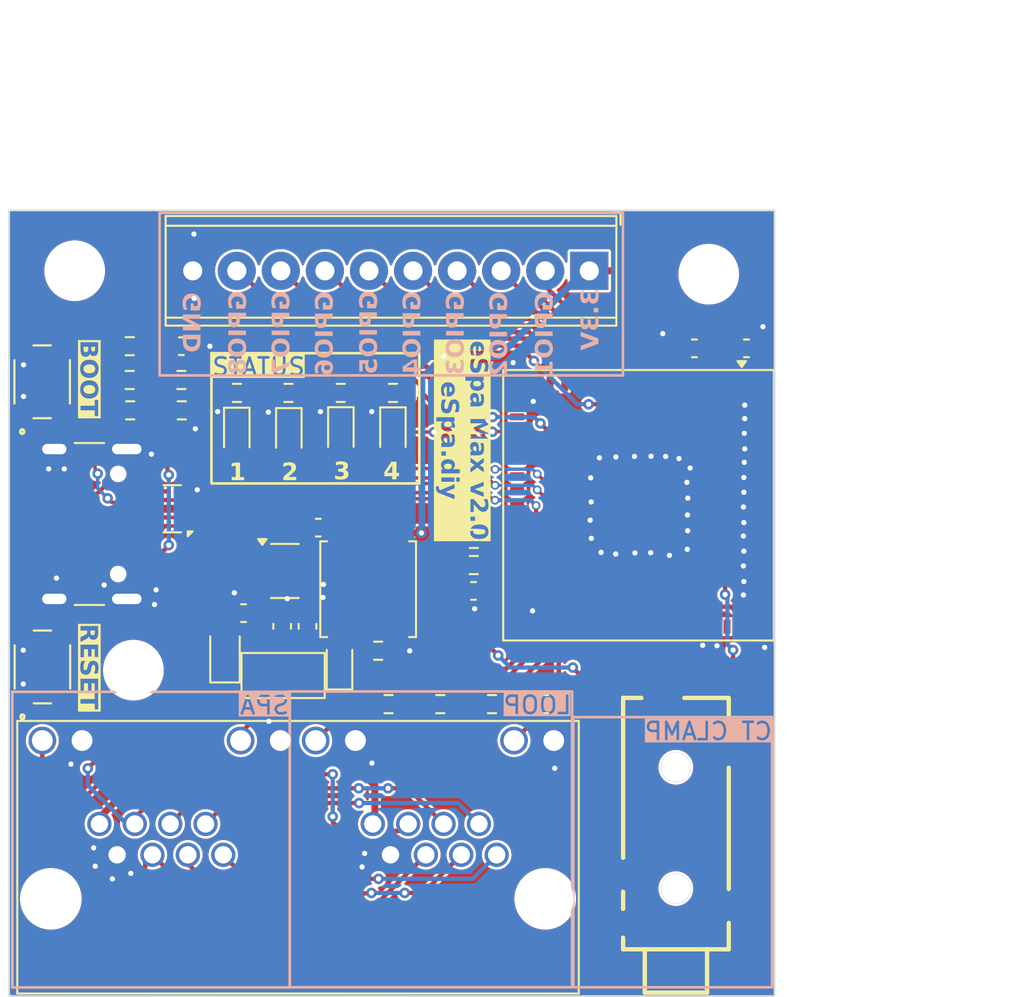
<source format=kicad_pcb>
(kicad_pcb (version 20240108) (generator "pcbnew") (generator_version "8.0")
  (layers (0 "F.Cu" signal "L1 (signal + GND Fill)") (31 "B.Cu" power "L2 (GND Fill)") (34 "B.Paste" user) (35 "F.Paste" user) (36 "B.SilkS" user "B.Silkscreen") (37 "F.SilkS" user "F.Silkscreen") (38 "B.Mask" user) (39 "F.Mask" user) (44 "Edge.Cuts" user))
  (net 0 "")
  (net 1 "/ESP32_EN")
  (net 2 "/GPIO0")
  (net 3 "/GPIO48")
  (net 4 "/GPIO1")
  (net 5 "/GPIO2")
  (net 6 "/GPIO3")
  (net 7 "/GPIO4")
  (net 8 "/GPIO5")
  (net 9 "/GPIO6")
  (net 10 "/GPIO7")
  (net 11 "/GPIO8")
  (net 12 "/GPIO9")
  (net 13 "/GPIO11")
  (net 14 "/GPIO12")
  (net 15 "/GPIO13")
  (net 16 "/GPIO14")
  (net 17 "/GPIO15")
  (net 18 "/GPIO16")
  (net 19 "/I2C_SCL")
  (net 20 "/I2C_SDA")
  (net 21 "/GPIO46")
  (net 22 "/GPIO45")
  (net 23 "/GPIO42")
  (net 24 "/GPIO41")
  (net 25 "/GPIO39")
  (net 26 "/GPIO34")
  (net 27 "/GPIO33")
  (net 28 "/GPIO26")
  (net 29 "/GPIO21")
  (net 30 "/USB_N")
  (net 31 "/USB_P")
  (net 32 "/GPIO47")
  (net 33 "Net-(JUSB1-CC1)")
  (net 35 "Net-(JUSB1-CC2)")
  (net 39 "+3.3V")
  (net 40 "Net-(D1-K)")
  (net 41 "Net-(D2-K)")
  (net 42 "/+5V")
  (net 43 "/+12V_fused")
  (net 44 "Net-(U3-SW)")
  (net 45 "Net-(U3-BST)")
  (net 46 "Net-(D4-K)")
  (net 47 "Net-(D5-K)")
  (net 48 "Net-(D6-K)")
  (net 49 "/GPIO43")
  (net 50 "/GPIO44")
  (net 51 "RJ45-1")
  (net 52 "RJ45-5")
  (net 53 "RJ45-3")
  (net 54 "/+12V")
  (net 55 "RJ45-4")
  (net 56 "RJ45-2")
  (net 57 "RJ45-6")
  (net 58 "GND")
  (net 59 "GPIO10")
  (net 60 "GPIO40")
  (net 61 "Net-(C4-Pad1)")
  (net 62 "Net-(J3-Pad22)")
  (net 63 "Net-(J3-Pad10)")
  (net 64 "Net-(J3-Pad12)")
  (net 65 "Net-(J3-Pad24)")
  (net 66 "GPIO35")
  (net 67 "GPIO36")
  (net 68 "GPIO37")
  (net 69 "GPIO38")
  (footprint "LED_SMD:LED_0603_1608Metric" (layer "F.Cu") (at 126.52 88.16 -90)
    (property "Reference" "D2" (hide yes))
    (property "Value" "LED" (hide yes))
  )
  (footprint "ALPS SKRPACE010:SW_SKRPACE010" (layer "F.Cu") (at 115.315 101.625 90)
    (property "Reference" "S2" (hide yes))
    (property "Value" "RESET" (hide yes))
  )
  (footprint "Capacitor_SMD:C_0603_1608Metric" (layer "F.Cu") (at 140.165 97.24 180)
    (property "Reference" "C4" (hide yes))
    (property "Value" "10μF" (hide yes))
  )
  (footprint "TerminalBlock_Phoenix:TerminalBlock_Phoenix_MPT-0,5-10-2.54_1x10_P2.54mm_Horizontal" (layer "F.Cu") (at 146.84 78.78 180)
    (property "Reference" "J1" (hide yes))
    (property "Value" "Screw_Terminal_01x10" (hide yes))
  )
  (footprint "Capacitor_SMD:C_0603_1608Metric" (layer "F.Cu") (at 130.596613 99.28 90)
    (property "Reference" "C7" (hide yes))
    (property "Value" "22μF" (hide yes))
  )
  (footprint "Resistor_SMD:R_0603_1608Metric" (layer "F.Cu") (at 120.35 85.075)
    (property "Reference" "R10" (hide yes))
    (property "Value" "330Ω" (hide yes))
  )
  (footprint "Resistor_SMD:R_0603_1608Metric" (layer "F.Cu") (at 138.255 103.77 180)
    (property "Reference" "R16" (hide yes))
    (property "Value" "330Ω" (hide yes))
  )
  (footprint "LED_SMD:LED_0603_1608Metric" (layer "F.Cu") (at 129.52 88.18 -90)
    (property "Reference" "D5" (hide yes))
    (property "Value" "LED" (hide yes))
  )
  (footprint "Resistor_SMD:R_0603_1608Metric" (layer "F.Cu") (at 123.325 85.075)
    (property "Reference" "R9" (hide yes))
    (property "Value" "330Ω" (hide yes))
  )
  (footprint "Inductor_SMD:L_Changjiang_FNR5012S" (layer "F.Cu") (at 134.091613 97.14 -90)
    (property "Reference" "L1" (hide yes))
    (property "Value" "4.7uH" (hide yes))
  )
  (footprint "Capacitor_SMD:C_0603_1608Metric" (layer "F.Cu") (at 155.9 83.25)
    (property "Reference" "C1" (hide yes))
    (property "Value" "0.1μF" (hide yes))
  )
  (footprint "Resistor_SMD:R_0603_1608Metric" (layer "F.Cu") (at 135.27 103.77 180)
    (property "Reference" "R13" (hide yes))
    (property "Value" "330Ω" (hide yes))
  )
  (footprint "Capacitor_SMD:C_0603_1608Metric" (layer "F.Cu") (at 131.216613 93.59 180)
    (property "Reference" "C6" (hide yes))
    (property "Value" "100nF" (hide yes))
  )
  (footprint "Resistor_SMD:R_0603_1608Metric" (layer "F.Cu") (at 120.375 86.825)
    (property "Reference" "R2" (hide yes))
    (property "Value" "5.1kΩ" (hide yes))
  )
  (footprint "Resistor_SMD:R_0603_1608Metric" (layer "F.Cu") (at 126.53 85.82 180)
    (property "Reference" "R5" (hide yes))
    (property "Value" "220Ω" (hide yes))
  )
  (footprint "LED_SMD:LED_0603_1608Metric" (layer "F.Cu") (at 132.441613 101.44 90)
    (property "Reference" "D1" (hide yes))
    (property "Value" "LED" (hide yes))
  )
  (footprint "Capacitor_SMD:C_0603_1608Metric" (layer "F.Cu") (at 123.325 83.125 180)
    (property "Reference" "C3" (hide yes))
    (property "Value" "1μF" (hide yes))
  )
  (footprint "LED_SMD:LED_0603_1608Metric" (layer "F.Cu") (at 132.52 88.13 -90)
    (property "Reference" "D4" (hide yes))
    (property "Value" "LED" (hide yes))
  )
  (footprint "3.5mm-connector:AUDIO-SMD_KH-PJ-328-SMT" (layer "F.Cu") (at 151.83 109.29 90)
    (property "Reference" "U1" (hide yes))
    (property "Value" "KH-PJ-328-SMT" (hide yes))
  )
  (footprint "Resistor_SMD:R_0603_1608Metric" (layer "F.Cu") (at 141.23 103.77 180)
    (property "Reference" "R14" (hide yes))
    (property "Value" "330Ω" (hide yes))
  )
  (footprint "ALPS SKRPACE010:SW_SKRPACE010" (layer "F.Cu") (at 115.3 85.18 90)
    (property "Reference" "S1" (hide yes))
    (property "Value" "BOOT" (hide yes))
  )
  (footprint "MountingHole:MountingHole_3.2mm_M3" (layer "F.Cu") (at 117.175 78.775)
    (property "Reference" "H3" (hide yes))
    (property "Value" "MountingHole" (hide yes))
  )
  (footprint "Resistor_SMD:R_0603_1608Metric" (layer "F.Cu") (at 129.5 85.82 180)
    (property "Reference" "R6" (hide yes))
    (property "Value" "220Ω" (hide yes))
  )
  (footprint "Resistor_SMD:R_0603_1608Metric" (layer "F.Cu") (at 134.666613 100.69)
    (property "Reference" "R4" (hide yes))
    (property "Value" "5.1kΩ" (hide yes))
  )
  (footprint "Capacitor_SMD:C_0603_1608Metric" (layer "F.Cu") (at 129.136613 99.28 90)
    (property "Reference" "C9" (hide yes))
    (property "Value" "22μF" (hide yes))
  )
  (footprint "Connector_USB:USB_C_Receptacle_GCT_USB4105-xx-A_16P_TopMnt_Horizontal" (layer "F.Cu") (at 117.075 93.38 -90)
    (property "Reference" "JUSB1" (hide yes))
    (property "Value" "USB_C_Receptacle_USB2.0" (hide yes))
  )
  (footprint "HCTL HC-RJ45-5JA-2-5:undefined_HC-RJ45-5JA-2-5" (layer "F.Cu") (at 130.05 112.6)
    (property "Reference" "J3" (hide yes))
    (property "Value" "RJ45_LED_Shielded_x2" (hide yes))
  )
  (footprint "Diode_SMD:D_SOD-323" (layer "F.Cu") (at 125.84 100.91 90)
    (property "Reference" "D3" (hide yes))
    (property "Value" "40V 600mV@1A" (hide yes))
  )
  (footprint "Package_TO_SOT_SMD:TSOT-23-6" (layer "F.Cu") (at 129.291613 96.09)
    (property "Reference" "U3" (hide yes))
    (property "Value" "AP63203WU" (hide yes))
  )
  (footprint "PCM_Fuse_AKL:Fuse_1206_3216Metric" (layer "F.Cu") (at 129.19 102.12 180)
    (property "Reference" "F2" (hide yes))
    (property "Value" "33V 500mA" (hide yes))
  )
  (footprint "Resistor_SMD:R_0603_1608Metric" (layer "F.Cu") (at 132.51 85.82 180)
    (property "Reference" "R7" (hide yes))
    (property "Value" "220Ω" (hide yes))
  )
  (footprint "MountingHole:MountingHole_3.2mm_M3" (layer "F.Cu") (at 153.725 78.975)
    (property "Reference" "H1" (hide yes))
    (property "Value" "MountingHole" (hide yes))
  )
  (footprint "RF_Module:ESP32-S2-MINI-1U" (layer "F.Cu") (at 149.68 92.3 -90)
    (property "Reference" "U5" (hide yes))
    (property "Value" "ESP32-S3-MINI-1U" (hide yes))
  )
  (footprint "Resistor_SMD:R_0603_1608Metric" (layer "F.Cu") (at 135.52 85.82 180)
    (property "Reference" "R8" (hide yes))
    (property "Value" "220Ω" (hide yes))
  )
  (footprint "Resistor_SMD:R_0603_1608Metric" (layer "F.Cu") (at 123.35 86.825)
    (property "Reference" "R1" (hide yes))
    (property "Value" "5.1kΩ" (hide yes))
  )
  (footprint "Resistor_SMD:R_0603_1608Metric" (layer "F.Cu") (at 140.18 95.75)
    (property "Reference" "R12" (hide yes))
    (property "Value" "10kΩ" (hide yes))
  )
  (footprint "Package_DFN_QFN:Diodes_UDFN-10_1.0x2.5mm_P0.5mm" (layer "F.Cu") (at 122.8 92.5 180)
    (property "Reference" "U2" (hide yes))
    (property "Value" "ESD7104MUTAG" (hide yes))
  )
  (footprint "Capacitor_SMD:C_0603_1608Metric" (layer "F.Cu") (at 126.91 98.52 180)
    (property "Reference" "C5" (hide yes))
    (property "Value" "10μF" (hide yes))
  )
  (footprint "Resistor_SMD:R_0603_1608Metric" (layer "F.Cu") (at 140.19 94.24 180)
    (property "Reference" "R11" (hide yes))
    (property "Value" "10kΩ" (hide yes))
  )
  (footprint "Capacitor_SMD:C_0603_1608Metric" (layer "F.Cu") (at 152.9 83.25 180)
    (property "Reference" "C2" (hide yes))
    (property "Value" "10μF" (hide yes))
  )
  (footprint "LED_SMD:LED_0603_1608Metric" (layer "F.Cu") (at 135.52 88.14 -90)
    (property "Reference" "D6" (hide yes))
    (property "Value" "LED" (hide yes))
  )
  (footprint "Resistor_SMD:R_0603_1608Metric" (layer "F.Cu") (at 144.235 103.77 180)
    (property "Reference" "R15" (hide yes))
    (property "Value" "330Ω" (hide yes))
  )
  (footprint "Resistor_SMD:R_0603_1608Metric" (layer "F.Cu") (at 120.35 83.125)
    (property "Reference" "R3" (hide yes))
    (property "Value" "10kΩ" (hide yes))
  )
  (footprint "MountingHole:MountingHole_3.2mm_M3" (layer "F.Cu") (at 120.56 101.81)
    (property "Reference" "H4" (hide yes))
    (property "Value" "MountingHole" (hide yes))
  )
  (gr_rect (start 122.07 75.44) (end 148.78 84.81) (stroke (width 0.15)) (fill none) (layer "B.SilkS"))
  (gr_rect (start 145.92 104.52) (end 157.38 120.1) (stroke (width 0.15)) (fill none) (layer "B.SilkS"))
  (gr_rect (start 113.58 103.06) (end 129.58 120.11) (stroke (width 0.15)) (fill none) (layer "B.SilkS"))
  (gr_rect (start 129.57 103.04) (end 145.85 120.1) (stroke (width 0.15)) (fill none) (layer "B.SilkS"))
  (gr_rect (start 125.06 83.53) (end 137.04 91.04) (stroke (width 0.15)) (fill none) (layer "F.SilkS"))
  (gr_rect (start 113.4 75.3) (end 157.515 120.6) (stroke (width 0.1)) (fill none) (layer "Edge.Cuts"))
  (gr_text "LOOP" (at 145.9 104.41 0) (layer "B.SilkS" knockout) (effects (font (size 1 1)) (justify left bottom mirror)))
  (gr_text "GPIO4" (at 137.27 79.945 90) (layer "B.SilkS") (effects (font (size 1 1) (thickness 0.25) (bold yes)) (justify left bottom mirror)))
  (gr_text "SPA" (at 129.63 104.43 0) (layer "B.SilkS" knockout) (effects (font (size 1 1)) (justify left bottom mirror)))
  (gr_text "GND" (at 124.6 80.02 90) (layer "B.SilkS") (effects (font (size 1 1) (thickness 0.25) (bold yes)) (justify left bottom mirror)))
  (gr_text "GPIO3" (at 139.77 79.945 90) (layer "B.SilkS") (effects (font (size 1 1) (thickness 0.25) (bold yes)) (justify left bottom mirror)))
  (gr_text "GPIO5" (at 134.77 79.895 90) (layer "B.SilkS") (effects (font (size 1 1) (thickness 0.25) (bold yes)) (justify left bottom mirror)))
  (gr_text "GPIO1" (at 144.895 79.97 90) (layer "B.SilkS") (effects (font (size 1 1) (thickness 0.25) (bold yes)) (justify left bottom mirror)))
  (gr_text "GPIO8" (at 127.22 79.92 90) (layer "B.SilkS") (effects (font (size 1 1) (thickness 0.25) (bold yes)) (justify left bottom mirror)))
  (gr_text "CT CLAMP" (at 157.47 105.92 0) (layer "B.SilkS" knockout) (effects (font (size 1 1)) (justify left bottom mirror)))
  (gr_text "GPIO2" (at 142.27 79.995 90) (layer "B.SilkS") (effects (font (size 1 1) (thickness 0.25) (bold yes)) (justify left bottom mirror)))
  (gr_text "GPIO7" (at 129.72 79.92 90) (layer "B.SilkS") (effects (font (size 1 1) (thickness 0.25) (bold yes)) (justify left bottom mirror)))
  (gr_text "3.3V" (at 147.53 79.81 -270) (layer "B.SilkS") (effects (font (size 1 1) (thickness 0.25) (bold yes)) (justify left bottom mirror)))
  (gr_text "GPIO6" (at 132.22 79.97 90) (layer "B.SilkS") (effects (font (size 1 1) (thickness 0.25) (bold yes)) (justify left bottom mirror)))
  (gr_text "2" (at 129.58 90.44 0) (layer "F.SilkS") (effects (font (size 1 1) (thickness 0.25) (bold yes))))
  (gr_text "3" (at 132.58 90.39 0) (layer "F.SilkS") (effects (font (size 1 1) (thickness 0.25) (bold yes))))
  (gr_text "4" (at 135.45 90.39 0) (layer "F.SilkS") (effects (font (size 1 1) (thickness 0.25) (bold yes))))
  (gr_text "STATUS" (at 125.01 84.9 0) (layer "F.SilkS" knockout) (effects (font (size 1 1)) (justify left bottom)))
  (gr_text "RESET" (at 117.34 101.61 -90) (layer "F.SilkS" knockout) (effects (font (size 1 1) (thickness 0.25) (bold yes)) (justify bottom)))
  (gr_text "BOOT" (at 117.34 84.97 270) (layer "F.SilkS" knockout) (effects (font (size 1 1) (thickness 0.25) (bold yes)) (justify bottom)))
  (gr_text "eSpa Max v2.0\neSpa.diy" (at 138.14 88.56 -90) (layer "F.SilkS" knockout) (effects (font (size 1 1) (thickness 0.25) (bold yes)) (justify bottom)))
  (gr_text "1" (at 126.55 90.44 0) (layer "F.SilkS") (effects (font (size 1 1) (thickness 0.25) (bold yes))))
  (segment (start 147.17 96.6) (end 148.91 96.6) (width 0.25) (layer "F.Cu") (net 1))
  (segment (start 141.27 87.21) (end 139.654402 87.21) (width 0.25) (layer "F.Cu") (net 1))
  (segment (start 150.46 98.15) (end 154.99972 98.15) (width 0.25) (layer "F.Cu") (net 1))
  (segment (start 114.44 88.76) (end 114.96 88.24) (width 0.25) (layer "F.Cu") (net 1))
  (segment (start 155.63 98.78028) (end 155.63 99.3) (width 0.25) (layer "F.Cu") (net 1))
  (segment (start 119.525 83.125) (end 120.27486 83.87486) (width 0.25) (layer "F.Cu") (net 1))
  (segment (start 138.084 85.639598) (end 138.084 84.907682) (width 0.25) (layer "F.Cu") (net 1))
  (segment (start 114.96 88.24) (end 116.75 88.24) (width 0.25) (layer "F.Cu") (net 1))
  (segment (start 116.39 99.55) (end 115.815 99.55) (width 0.25) (layer "F.Cu") (net 1))
  (segment (start 139.654402 87.21) (end 138.084 85.639598) (width 0.25) (layer "F.Cu") (net 1))
  (segment (start 117.123 87.867) (end 117.123 85.007) (width 0.25) (layer "F.Cu") (net 1))
  (segment (start 114.44 98.175) (end 114.44 88.76) (width 0.25) (layer "F.Cu") (net 1))
  (segment (start 119.005 83.125) (end 119.525 83.125) (width 0.25) (layer "F.Cu") (net 1))
  (segment (start 116.39 103.7) (end 116.39 99.55) (width 0.25) (layer "F.Cu") (net 1))
  (segment (start 116.75 88.24) (end 117.123 87.867) (width 0.25) (layer "F.Cu") (net 1))
  (segment (start 121.80014 83.87486) (end 122.55 83.125) (width 0.25) (layer "F.Cu") (net 1))
  (segment (start 115.815 99.55) (end 114.44 98.175) (width 0.25) (layer "F.Cu") (net 1))
  (segment (start 148.91 96.6) (end 150.46 98.15) (width 0.25) (layer "F.Cu") (net 1))
  (segment (start 145.36 94.79) (end 147.17 96.6) (width 0.25) (layer "F.Cu") (net 1))
  (segment (start 145.36 88.91) (end 145.36 94.79) (width 0.25) (layer "F.Cu") (net 1))
  (segment (start 154.99972 98.15) (end 155.63 98.78028) (width 0.25) (layer "F.Cu") (net 1))
  (segment (start 144.025 87.575) (end 145.36 88.91) (width 0.25) (layer "F.Cu") (net 1))
  (segment (start 137.482318 84.306) (end 123.756 84.306) (width 0.25) (layer "F.Cu") (net 1))
  (segment (start 123.756 84.306) (end 122.575 83.125) (width 0.25) (layer "F.Cu") (net 1))
  (segment (start 138.084 84.907682) (end 137.482318 84.306) (width 0.25) (layer "F.Cu") (net 1))
  (segment (start 117.123 85.007) (end 119.005 83.125) (width 0.25) (layer "F.Cu") (net 1))
  (segment (start 120.27486 83.87486) (end 121.80014 83.87486) (width 0.25) (layer "F.Cu") (net 1))
  (via (at 144.025 87.575) (size 0.604799) (drill 0.299999) (layers "F.Cu" "B.Cu") (net 1))
  (via (at 141.27 87.21) (size 0.604799) (drill 0.299999) (layers "F.Cu" "B.Cu") (net 1))
  (segment (start 143.66 87.21) (end 144.025 87.575) (width 0.25) (layer "B.Cu") (net 1))
  (segment (start 141.27 87.21) (end 143.66 87.21) (width 0.25) (layer "B.Cu") (net 1))
  (segment (start 117.475 83.075) (end 118.70186 81.84814) (width 0.25) (layer "F.Cu") (net 2))
  (segment (start 116.375 87.225) (end 116.375 83.075) (width 0.25) (layer "F.Cu") (net 2))
  (segment (start 125.289029 81.84814) (end 126.536749 83.09586) (width 0.25) (layer "F.Cu") (net 2))
  (segment (start 146.8 86.475) (end 152.475 86.475) (width 0.25) (layer "F.Cu") (net 2))
  (segment (start 152.475 86.475) (end 153.08 85.87) (width 0.25) (layer "F.Cu") (net 2))
  (segment (start 118.70186 81.84814) (end 125.289029 81.84814) (width 0.25) (layer "F.Cu") (net 2))
  (segment (start 142.77086 83.09586) (end 143.65 83.975) (width 0.25) (layer "F.Cu") (net 2))
  (segment (start 126.536749 83.09586) (end 142.77086 83.09586) (width 0.25) (layer "F.Cu") (net 2))
  (segment (start 153.08 85.87) (end 153.08 85.3) (width 0.25) (layer "F.Cu") (net 2))
  (segment (start 116.375 83.075) (end 117.475 83.075) (width 0.25) (layer "F.Cu") (net 2))
  (via (at 146.8 86.475) (size 0.604799) (drill 0.299999) (layers "F.Cu" "B.Cu") (net 2))
  (via (at 143.65 83.975) (size 0.604799) (drill 0.299999) (layers "F.Cu" "B.Cu") (net 2))
  (segment (start 146.15 86.475) (end 143.65 83.975) (width 0.25) (layer "B.Cu") (net 2))
  (segment (start 146.8 86.475) (end 146.15 86.475) (width 0.25) (layer "B.Cu") (net 2))
  (segment (start 146.441 81.801) (end 144.3 79.66) (width 0.25) (layer "F.Cu") (net 4))
  (segment (start 149.03072 81.801) (end 146.441 81.801) (width 0.25) (layer "F.Cu") (net 4))
  (segment (start 152.23 85.00028) (end 149.03072 81.801) (width 0.25) (layer "F.Cu") (net 4))
  (segment (start 152.23 85.3) (end 152.23 85.00028) (width 0.25) (layer "F.Cu") (net 4))
  (segment (start 144.3 79.66) (end 144.3 78.78) (width 0.25) (layer "F.Cu") (net 4))
  (segment (start 151.38 85.3) (end 151.38 85.00028) (width 0.25) (layer "F.Cu") (net 5))
  (segment (start 144.156552 80.427) (end 143.407 80.427) (width 0.25) (layer "F.Cu") (net 5))
  (segment (start 145.907552 82.178) (end 144.156552 80.427) (width 0.25) (layer "F.Cu") (net 5))
  (segment (start 143.407 80.427) (end 141.76 78.78) (width 0.25) (layer "F.Cu") (net 5))
  (segment (start 148.55772 82.178) (end 145.907552 82.178) (width 0.25) (layer "F.Cu") (net 5))
  (segment (start 151.38 85.00028) (end 148.55772 82.178) (width 0.25) (layer "F.Cu") (net 5))
  (segment (start 144.000393 80.804) (end 141.364 80.804) (width 0.25) (layer "F.Cu") (net 6))
  (segment (start 150.53 85.3) (end 150.53 85.00028) (width 0.25) (layer "F.Cu") (net 6))
  (segment (start 139.34 78.78) (end 139.22 78.78) (width 0.25) (layer "F.Cu") (net 6))
  (segment (start 148.08472 82.555) (end 145.751393 82.555) (width 0.25) (layer "F.Cu") (net 6))
  (segment (start 145.751393 82.555) (end 144.000393 80.804) (width 0.25) (layer "F.Cu") (net 6))
  (segment (start 150.53 85.00028) (end 148.08472 82.555) (width 0.25) (layer "F.Cu") (net 6))
  (segment (start 141.364 80.804) (end 139.34 78.78) (width 0.25) (layer "F.Cu") (net 6))
  (segment (start 139.201 81.181) (end 136.8 78.78) (width 0.25) (layer "F.Cu") (net 7))
  (segment (start 136.8 78.78) (end 136.68 78.78) (width 0.25) (layer "F.Cu") (net 7))
  (segment (start 149.68 85.00028) (end 147.61172 82.932) (width 0.25) (layer "F.Cu") (net 7))
  (segment (start 149.68 85.3) (end 149.68 85.00028) (width 0.25) (layer "F.Cu") (net 7))
  (segment (start 143.844234 81.181) (end 139.201 81.181) (width 0.25) (layer "F.Cu") (net 7))
  (segment (start 145.595234 82.932) (end 143.844234 81.181) (width 0.25) (layer "F.Cu") (net 7))
  (segment (start 147.61172 82.932) (end 145.595234 82.932) (width 0.25) (layer "F.Cu") (net 7))
  (segment (start 137.038 81.558) (end 134.26 78.78) (width 0.25) (layer "F.Cu") (net 8))
  (segment (start 134.26 78.78) (end 134.14 78.78) (width 0.25) (layer "F.Cu") (net 8))
  (segment (start 148.87972 85.05) (end 147.13872 83.309) (width 0.25) (layer "F.Cu") (net 8))
  (segment (start 145.439075 83.309) (end 143.688075 81.558) (width 0.25) (layer "F.Cu") (net 8))
  (segment (start 148.87972 85.25028) (end 148.87972 85.05) (width 0.25) (layer "F.Cu") (net 8))
  (segment (start 143.688075 81.558) (end 137.038 81.558) (width 0.25) (layer "F.Cu") (net 8))
  (segment (start 147.13872 83.309) (end 145.439075 83.309) (width 0.25) (layer "F.Cu") (net 8))
  (segment (start 143.531916 81.935) (end 134.875 81.935) (width 0.25) (layer "F.Cu") (net 9))
  (segment (start 147.98 85.00028) (end 146.66572 83.686) (width 0.25) (layer "F.Cu") (net 9))
  (segment (start 134.875 81.935) (end 131.72 78.78) (width 0.25) (layer "F.Cu") (net 9))
  (segment (start 146.66572 83.686) (end 145.282916 83.686) (width 0.25) (layer "F.Cu") (net 9))
  (segment (start 131.72 78.78) (end 131.6 78.78) (width 0.25) (layer "F.Cu") (net 9))
  (segment (start 147.98 85.3) (end 147.98 85.00028) (width 0.25) (layer "F.Cu") (net 9))
  (segment (start 145.282916 83.686) (end 143.531916 81.935) (width 0.25) (layer "F.Cu") (net 9))
  (segment (start 147.13 85.00028) (end 146.19272 84.063) (width 0.25) (layer "F.Cu") (net 10))
  (segment (start 129.18 78.78) (end 129.06 78.78) (width 0.25) (layer "F.Cu") (net 10))
  (segment (start 145.126757 84.063) (end 143.375757 82.312) (width 0.25) (layer "F.Cu") (net 10))
  (segment (start 147.13 85.3) (end 147.13 85.00028) (width 0.25) (layer "F.Cu") (net 10))
  (segment (start 146.19272 84.063) (end 145.126757 84.063) (width 0.25) (layer "F.Cu") (net 10))
  (segment (start 132.712 82.312) (end 129.18 78.78) (width 0.25) (layer "F.Cu") (net 10))
  (segment (start 143.375757 82.312) (end 132.712 82.312) (width 0.25) (layer "F.Cu") (net 10))
  (segment (start 144.970598 84.44) (end 143.219598 82.689) (width 0.25) (layer "F.Cu") (net 11))
  (segment (start 145.71972 84.44) (end 144.970598 84.44) (width 0.25) (layer "F.Cu") (net 11))
  (segment (start 143.219598 82.689) (end 130.549 82.689) (width 0.25) (layer "F.Cu") (net 11))
  (segment (start 146.28 85.3) (end 146.28 85.00028) (width 0.25) (layer "F.Cu") (net 11))
  (segment (start 130.549 82.689) (end 126.64 78.78) (width 0.25) (layer "F.Cu") (net 11))
  (segment (start 126.64 78.78) (end 126.52 78.78) (width 0.25) (layer "F.Cu") (net 11))
  (segment (start 146.28 85.00028) (end 145.71972 84.44) (width 0.25) (layer "F.Cu") (net 11))
  (segment (start 127.3875 88.08) (end 126.52 88.9475) (width 0.2) (layer "F.Cu") (net 16))
  (segment (start 137.88 88.08) (end 127.3875 88.08) (width 0.2) (layer "F.Cu") (net 16))
  (segment (start 141.27 88.05) (end 142.68 88.05) (width 0.2) (layer "F.Cu") (net 16))
  (segment (start 141.26 88.06) (end 141.27 88.05) (width 0.2) (layer "F.Cu") (net 16))
  (via (at 141.26 88.06) (size 0.604799) (drill 0.299999) (layers "F.Cu" "B.Cu") (net 16))
  (via (at 137.88 88.08) (size 0.604799) (drill 0.299999) (layers "F.Cu" "B.Cu") (net 16))
  (segment (start 137.88 88.08) (end 141.24 88.08) (width 0.2) (layer "B.Cu") (net 16))
  (segment (start 141.24 88.08) (end 141.26 88.06) (width 0.2) (layer "B.Cu") (net 16))
  (segment (start 137.326159 84.683) (end 137.707 85.063841) (width 0.25) (layer "F.Cu") (net 17))
  (segment (start 137.707 85.063841) (end 137.707 85.795757) (width 0.25) (layer "F.Cu") (net 17))
  (segment (start 140.811243 88.9) (end 142.68 88.9) (width 0.25) (layer "F.Cu") (net 17))
  (segment (start 124.15 85.075) (end 124.542 84.683) (width 0.25) (layer "F.Cu") (net 17))
  (segment (start 124.542 84.683) (end 137.326159 84.683) (width 0.25) (layer "F.Cu") (net 17))
  (segment (start 137.707 85.795757) (end 140.811243 88.9) (width 0.25) (layer "F.Cu") (net 17))
  (segment (start 136.77 85.06) (end 137.13 85.42) (width 0.25) (layer "F.Cu") (net 18))
  (segment (start 124.82486 85.552234) (end 124.82486 85.548046) (width 0.25) (layer "F.Cu") (net 18))
  (segment (start 137.13 85.751916) (end 140.768084 89.39) (width 0.25) (layer "F.Cu") (net 18))
  (segment (start 137.13 85.42) (end 137.13 85.751916) (width 0.25) (layer "F.Cu") (net 18))
  (segment (start 142.32 89.39) (end 142.68 89.75) (width 0.25) (layer "F.Cu") (net 18))
  (segment (start 124.82486 85.548046) (end 125.312906 85.06) (width 0.25) (layer "F.Cu") (net 18))
  (segment (start 124.377094 86) (end 124.82486 85.552234) (width 0.25) (layer "F.Cu") (net 18))
  (segment (start 125.312906 85.06) (end 136.77 85.06) (width 0.25) (layer "F.Cu") (net 18))
  (segment (start 140.768084 89.39) (end 142.32 89.39) (width 0.25) (layer "F.Cu") (net 18))
  (segment (start 122.1 86) (end 124.377094 86) (width 0.25) (layer "F.Cu") (net 18))
  (segment (start 121.175 85.075) (end 122.1 86) (width 0.25) (layer "F.Cu") (net 18))
  (segment (start 140.983 90.723) (end 134.3255 90.723) (width 0.2) (layer "F.Cu") (net 23))
  (segment (start 149.68 98.93) (end 149.68 99.3) (width 0.2) (layer "F.Cu") (net 23))
  (segment (start 141.41 91.15) (end 140.983 90.723) (width 0.2) (layer "F.Cu") (net 23))
  (segment (start 134.3255 90.723) (end 132.52 88.9175) (width 0.2) (layer "F.Cu") (net 23))
  (segment (start 146.56 97.57) (end 148.32 97.57) (width 0.2) (layer "F.Cu") (net 23))
  (segment (start 143.84 91.41) (end 144.36 91.93) (width 0.2) (layer "F.Cu") (net 23))
  (segment (start 144.36 91.93) (end 144.36 95.37) (width 0.2) (layer "F.Cu") (net 23))
  (segment (start 148.32 97.57) (end 149.68 98.93) (width 0.2) (layer "F.Cu") (net 23))
  (segment (start 144.36 95.37) (end 146.56 97.57) (width 0.2) (layer "F.Cu") (net 23))
  (via (at 143.84 91.41) (size 0.5) (drill 0.3) (layers "F.Cu" "B.Cu") (net 23))
  (via (at 141.41 91.15) (size 0.5) (drill 0.3) (layers "F.Cu" "B.Cu") (net 23))
  (segment (start 143.58 91.15) (end 143.84 91.41) (width 0.2) (layer "B.Cu") (net 23))
  (segment (start 141.41 91.15) (end 143.58 91.15) (width 0.2) (layer "B.Cu") (net 23))
  (segment (start 148.09 98.06) (end 148.83 98.8) (width 0.25) (layer "F.Cu") (net 24))
  (segment (start 141.319756 92.01) (end 140.359756 91.05) (width 0.2) (layer "F.Cu") (net 24))
  (segment (start 148.83 98.8) (end 148.83 99.3) (width 0.25) (layer "F.Cu") (net 24))
  (segment (start 131.6025 91.05) (end 129.52 88.9675) (width 0.2) (layer "F.Cu") (net 24))
  (segment (start 146.1 98.06) (end 148.09 98.06) (width 0.25) (layer "F.Cu") (net 24))
  (segment (start 140.359756 91.05) (end 131.6025 91.05) (width 0.2) (layer "F.Cu") (net 24))
  (segment (start 143.774862 92.32) (end 143.774862 95.734862) (width 0.25) (layer "F.Cu") (net 24))
  (segment (start 141.41 92.01) (end 141.319756 92.01) (width 0.2) (layer "F.Cu") (net 24))
  (segment (start 143.774862 95.734862) (end 146.1 98.06) (width 0.25) (layer "F.Cu") (net 24))
  (via (at 143.774862 92.32) (size 0.5) (drill 0.3) (layers "F.Cu" "B.Cu") (net 24))
  (via (at 141.41 92.01) (size 0.5) (drill 0.3) (layers "F.Cu" "B.Cu") (net 24))
  (segment (start 141.41 92.01) (end 143.464862 92.01) (width 0.25) (layer "B.Cu") (net 24))
  (segment (start 143.464862 92.01) (end 143.774862 92.32) (width 0.25) (layer "B.Cu") (net 24))
  (segment (start 121.455 92.63) (end 121.65 92.825) (width 0.25) (layer "F.Cu") (net 30))
  (segment (start 121.825 93) (end 121.65 92.825) (width 0.2) (layer "F.Cu") (net 30))
  (segment (start 123.4488 93.0738) (end 123.677014 93.0738) (width 0.2) (layer "F.Cu") (net 30))
  (segment (start 141.0338 92.6238) (end 142.3562 92.6238) (width 0.2) (layer "F.Cu") (net 30))
  (segment (start 125.177014 91.5738) (end 139.9838 91.5738) (width 0.2) (layer "F.Cu") (net 30))
  (segment (start 122.4125 93) (end 123.1875 93) (width 0.2) (layer "F.Cu") (net 30))
  (segment (start 123.375 93) (end 123.4488 93.0738) (width 0.2) (layer "F.Cu") (net 30))
  (segment (start 121.37514 93.63) (end 120.755 93.63) (width 0.25) (layer "F.Cu") (net 30))
  (segment (start 139.9838 91.5738) (end 141.0338 92.6238) (width 0.2) (layer "F.Cu") (net 30))
  (segment (start 123.677014 93.0738) (end 125.177014 91.5738) (width 0.2) (layer "F.Cu") (net 30))
  (segment (start 122.4125 93) (end 121.825 93) (width 0.2) (layer "F.Cu") (net 30))
  (segment (start 142.3562 92.6238) (end 142.605 92.375) (width 0.2) (layer "F.Cu") (net 30))
  (segment (start 121.65 93.35514) (end 121.37514 93.63) (width 0.25) (layer "F.Cu") (net 30))
  (segment (start 121.65 92.825) (end 121.65 93.35514) (width 0.25) (layer "F.Cu") (net 30))
  (segment (start 120.755 92.63) (end 121.455 92.63) (width 0.25) (layer "F.Cu") (net 30))
  (segment (start 121.7825 94.13) (end 120.755 94.13) (width 0.2) (layer "F.Cu") (net 31))
  (segment (start 119.625 93.435) (end 119.93 93.13) (width 0.25) (layer "F.Cu") (net 31))
  (segment (start 123.375 93.5) (end 123.4488 93.4262) (width 0.2) (layer "F.Cu") (net 31))
  (segment (start 122.4125 93.5) (end 123.1875 93.5) (width 0.2) (layer "F.Cu") (net 31))
  (segment (start 119.93 93.13) (end 120.755 93.13) (width 0.25) (layer "F.Cu") (net 31))
  (segment (start 141.01 93.15) (end 142.68 93.15) (width 0.2) (layer "F.Cu") (net 31))
  (segment (start 123.4488 93.4262) (end 123.822986 93.4262) (width 0.2) (layer "F.Cu") (net 31))
  (segment (start 119.93 94.13) (end 119.625 93.825) (width 0.25) (layer "F.Cu") (net 31))
  (segment (start 119.625 93.825) (end 119.625 93.435) (width 0.25) (layer "F.Cu") (net 31))
  (segment (start 123.822986 93.4262) (end 125.322986 91.9262) (width 0.2) (layer "F.Cu") (net 31))
  (segment (start 120.755 94.13) (end 119.93 94.13) (width 0.25) (layer "F.Cu") (net 31))
  (segment (start 125.322986 91.9262) (end 139.7862 91.9262) (width 0.2) (layer "F.Cu") (net 31))
  (segment (start 139.7862 91.9262) (end 141.01 93.15) (width 0.2) (layer "F.Cu") (net 31))
  (segment (start 122.4125 93.5) (end 121.7825 94.13) (width 0.2) (layer "F.Cu") (net 31))
  (segment (start 118.35 88.025) (end 119.55 86.825) (width 0.2) (layer "F.Cu") (net 33))
  (segment (start 118.5 90.475) (end 118.35 90.325) (width 0.2) (layer "F.Cu") (net 33))
  (segment (start 119.305 92.13) (end 120.755 92.13) (width 0.2) (layer "F.Cu") (net 33))
  (segment (start 119.075 91.9) (end 119.305 92.13) (width 0.2) (layer "F.Cu") (net 33))
  (segment (start 118.35 90.325) (end 118.35 88.025) (width 0.2) (layer "F.Cu") (net 33))
  (via (at 118.5 90.475) (size 0.604799) (drill 0.299999) (layers "F.Cu" "B.Cu") (net 33))
  (via (at 119.075 91.9) (size 0.604799) (drill 0.299999) (layers "F.Cu" "B.Cu") (net 33))
  (segment (start 118.5 91.325) (end 118.5 90.475) (width 0.2) (layer "B.Cu") (net 33))
  (segment (start 119.075 91.9) (end 118.5 91.325) (width 0.2) (layer "B.Cu") (net 33))
  (segment (start 120.755 95.13) (end 122.095 95.13) (width 0.25) (layer "F.Cu") (net 35))
  (segment (start 122.6 90.55) (end 122.525 90.475) (width 0.25) (layer "F.Cu") (net 35))
  (segment (start 122.6 94.625) (end 122.6 94.6) (width 0.25) (layer "F.Cu") (net 35))
  (segment (start 122.5 94.725) (end 122.6 94.625) (width 0.25) (layer "F.Cu") (net 35))
  (segment (start 122.525 90.475) (end 122.525 86.825) (width 0.25) (layer "F.Cu") (net 35))
  (segment (start 122.095 95.13) (end 122.5 94.725) (width 0.25) (layer "F.Cu") (net 35))
  (via (at 122.6 94.6) (size 0.604799) (drill 0.299999) (layers "F.Cu" "B.Cu") (net 35))
  (via (at 122.6 90.55) (size 0.604799) (drill 0.299999) (layers "F.Cu" "B.Cu") (net 35))
  (segment (start 122.6 94.6) (end 122.6 90.55) (width 0.25) (layer "B.Cu") (net 35))
  (segment (start 153.93 83.505) (end 153.675 83.25) (width 0.4) (layer "F.Cu") (net 39))
  (segment (start 149.28 78.78) (end 153.675 83.175) (width 0.4) (layer "F.Cu") (net 39))
  (segment (start 128.154113 93.535887) (end 128.154113 95.14) (width 0.4) (layer "F.Cu") (net 39))
  (segment (start 126.511664 83.71) (end 125.101804 82.30014) (width 0.4) (layer "F.Cu") (net 39))
  (segment (start 153.93 85.3) (end 153.93 83.505) (width 0.4) (layer "F.Cu") (net 39))
  (segment (start 153.675 83.25) (end 155.125 83.25) (width 0.4) (layer "F.Cu") (net 39))
  (segment (start 136.53 93.9) (end 135.15 92.52) (width 0.4) (layer "F.Cu") (net 39))
  (segment (start 138.44 83.71) (end 126.511664 83.71) (width 0.4) (layer "F.Cu") (net 39))
  (segment (start 137.16 93.9) (end 136.53 93.9) (width 0.4) (layer "F.Cu") (net 39))
  (segment (start 125.101804 82.30014) (end 121.99986 82.30014) (width 0.4) (layer "F.Cu") (net 39))
  (segment (start 146.84 78.78) (end 149.28 78.78) (width 0.4) (layer "F.Cu") (net 39))
  (segment (start 121.99986 82.30014) (end 121.175 83.125) (width 0.4) (layer "F.Cu") (net 39))
  (segment (start 135.15 92.52) (end 129.17 92.52) (width 0.4) (layer "F.Cu") (net 39))
  (segment (start 129.17 92.52) (end 128.154113 93.535887) (width 0.4) (layer "F.Cu") (net 39))
  (via (at 137.16 93.9) (size 0.604799) (drill 0.299999) (layers "F.Cu" "B.Cu") (net 39))
  (via (at 138.44 83.71) (size 0.604799) (drill 0.299999) (layers "F.Cu" "B.Cu") (net 39))
  (segment (start 137.19 84.96) (end 138.44 83.71) (width 0.4) (layer "B.Cu") (net 39))
  (segment (start 137.19 93.87) (end 137.19 84.96) (width 0.4) (layer "B.Cu") (net 39))
  (segment (start 146.56 78.78) (end 146.84 78.78) (width 0.4) (layer "B.Cu") (net 39))
  (segment (start 138.44 83.71) (end 141.63 83.71) (width 0.4) (layer "B.Cu") (net 39))
  (segment (start 141.63 83.71) (end 146.56 78.78) (width 0.4) (layer "B.Cu") (net 39))
  (segment (start 137.16 93.9) (end 137.19 93.87) (width 0.4) (layer "B.Cu") (net 39))
  (segment (start 133.841613 100.69) (end 132.479113 102.0525) (width 0.25) (layer "F.Cu") (net 40))
  (segment (start 127.355 86.5375) (end 126.52 87.3725) (width 0.2) (layer "F.Cu") (net 41))
  (segment (start 127.355 85.82) (end 127.355 86.5375) (width 0.2) (layer "F.Cu") (net 41))
  (segment (start 118.9 91.2) (end 118.275 91.825) (width 0.25) (layer "F.Cu") (net 42))
  (segment (start 122.4125 92) (end 123.1875 92) (width 0.2) (layer "F.Cu") (net 42))
  (segment (start 121.7 91.8) (end 121.7 91.475) (width 0.2) (layer "F.Cu") (net 42))
  (segment (start 122.4125 92) (end 121.9 92) (width 0.2) (layer "F.Cu") (net 42))
  (segment (start 121.7 91.475) (end 121.205 90.98) (width 0.2) (layer "F.Cu") (net 42))
  (segment (start 118.275 91.825) (end 118.275 94.875) (width 0.25) (layer "F.Cu") (net 42))
  (segment (start 120.080606 95.675) (end 120.65 95.675) (width 0.25) (layer "F.Cu") (net 42))
  (segment (start 121.76 95.78) (end 125.84 99.86) (width 0.4) (layer "F.Cu") (net 42))
  (segment (start 120.2 91.2) (end 118.9 91.2) (width 0.25) (layer "F.Cu") (net 42))
  (segment (start 118.275 94.875) (end 118.966 95.566) (width 0.25) (layer "F.Cu") (net 42))
  (segment (start 118.966 95.566) (end 119.971606 95.566) (width 0.25) (layer "F.Cu") (net 42))
  (segment (start 119.971606 95.566) (end 120.080606 95.675) (width 0.25) (layer "F.Cu") (net 42))
  (segment (start 120.755 95.78) (end 121.76 95.78) (width 0.4) (layer "F.Cu") (net 42))
  (segment (start 120.42 90.98) (end 120.2 91.2) (width 0.25) (layer "F.Cu") (net 42))
  (segment (start 121.9 92) (end 121.7 91.8) (width 0.2) (layer "F.Cu") (net 42))
  (segment (start 128.154113 97.04) (end 128.154113 96.09) (width 0.5) (layer "F.Cu") (net 43))
  (segment (start 130.254113 95.1225) (end 130.441613 94.935) (width 0.25) (layer "F.Cu") (net 45))
  (segment (start 130.441613 94.935) (end 130.441613 93.59) (width 0.25) (layer "F.Cu") (net 45))
  (segment (start 133.335 85.82) (end 133.335 86.5275) (width 0.2) (layer "F.Cu") (net 46))
  (segment (start 133.335 86.5275) (end 132.52 87.3425) (width 0.2) (layer "F.Cu") (net 46))
  (segment (start 130.325 85.82) (end 130.325 86.5875) (width 0.2) (layer "F.Cu") (net 47))
  (segment (start 130.325 86.5875) (end 129.52 87.3925) (width 0.2) (layer "F.Cu") (net 47))
  (segment (start 136.345 86.5275) (end 135.52 87.3525) (width 0.2) (layer "F.Cu") (net 48))
  (segment (start 136.345 85.82) (end 136.345 86.5275) (width 0.2) (layer "F.Cu") (net 48))
  (segment (start 141.357 90.177) (end 136.7695 90.177) (width 0.2) (layer "F.Cu") (net 49))
  (segment (start 143.84 90.5) (end 144.83 91.49) (width 0.2) (layer "F.Cu") (net 49))
  (segment (start 148.52 97.12) (end 150.53 99.13) (width 0.2) (layer "F.Cu") (net 49))
  (segment (start 144.83 95.13) (end 146.82 97.12) (width 0.2) (layer "F.Cu") (net 49))
  (segment (start 144.83 91.49) (end 144.83 95.13) (width 0.2) (layer "F.Cu") (net 49))
  (segment (start 146.82 97.12) (end 148.52 97.12) (width 0.2) (layer "F.Cu") (net 49))
  (segment (start 141.41 90.23) (end 141.357 90.177) (width 0.2) (layer "F.Cu") (net 49))
  (segment (start 136.7695 90.177) (end 135.52 88.9275) (width 0.2) (layer "F.Cu") (net 49))
  (via (at 141.41 90.23) (size 0.5) (drill 0.3) (layers "F.Cu" "B.Cu") (net 49))
  (via (at 143.84 90.5) (size 0.5) (drill 0.3) (layers "F.Cu" "B.Cu") (net 49))
  (segment (start 143.56 90.22) (end 143.84 90.5) (width 0.2) (layer "B.Cu") (net 49))
  (segment (start 141.41 90.23) (end 141.42 90.22) (width 0.2) (layer "B.Cu") (net 49))
  (segment (start 141.42 90.22) (end 143.56 90.22) (width 0.2) (layer "B.Cu") (net 49))
  (segment (start 125.74 112.46) (end 125.74 112.48) (width 0.25) (layer "F.Cu") (net 51))
  (segment (start 127.104363 113.844363) (end 134.69 113.844363) (width 0.25) (layer "F.Cu") (net 51))
  (segment (start 125.74 112.48) (end 127.104363 113.844363) (width 0.25) (layer "F.Cu") (net 51))
  (via (at 134.69 113.844363) (size 0.604799) (drill 0.299999) (layers "F.Cu" "B.Cu") (net 51))
  (segment (start 134.69 113.844363) (end 140.115637 113.844363) (width 0.25) (layer "B.Cu") (net 51))
  (segment (start 140.115637 113.844363) (end 141.5 112.46) (width 0.25) (layer "B.Cu") (net 51))
  (segment (start 121.24 113.67) (end 120.28 114.63) (width 0.25) (layer "F.Cu") (net 52))
  (segment (start 121.66 112.46) (end 124.48 115.28) (width 0.25) (layer "F.Cu") (net 52))
  (segment (start 124.48 115.28) (end 134.6 115.28) (width 0.25) (layer "F.Cu") (net 52))
  (segment (start 121.24 112.754363) (end 121.24 113.67) (width 0.25) (layer "F.Cu") (net 52))
  (segment (start 120.28 114.63) (end 119.014402 114.63) (width 0.25) (layer "F.Cu") (net 52))
  (segment (start 117.877 86.723) (end 119.525 85.075) (width 0.25) (layer "F.Cu") (net 52))
  (segment (start 119.05186 107.862503) (end 119.05186 104.91186) (width 0.25) (layer "F.Cu") (net 52))
  (segment (start 119.014402 114.63) (end 117.62514 113.240738) (width 0.25) (layer "F.Cu") (net 52))
  (segment (start 117.877 103.737) (end 117.877 86.723) (width 0.25) (layer "F.Cu") (net 52))
  (segment (start 117.62514 113.240738) (end 117.62514 109.289223) (width 0.25) (layer "F.Cu") (net 52))
  (segment (start 117.62514 109.289223) (end 119.05186 107.862503) (width 0.25) (layer "F.Cu") (net 52))
  (segment (start 134.6 115.28) (end 137.42 112.46) (width 0.25) (layer "F.Cu") (net 52))
  (segment (start 119.05186 104.91186) (end 117.877 103.737) (width 0.25) (layer "F.Cu") (net 52))
  (segment (start 123.7 112.97) (end 123.7 112.46) (width 0.25) (layer "F.Cu") (net 53))
  (segment (start 134.255 114.684363) (end 125.414363 114.684363) (width 0.25) (layer "F.Cu") (net 53))
  (segment (start 134.28 114.659363) (end 134.255 114.684363) (width 0.25) (layer "F.Cu") (net 53))
  (segment (start 136.2 114.659363) (end 137.260637 114.659363) (width 0.25) (layer "F.Cu") (net 53))
  (segment (start 137.260637 114.659363) (end 139.46 112.46) (width 0.25) (layer "F.Cu") (net 53))
  (segment (start 125.414363 114.684363) (end 123.7 112.97) (width 0.25) (layer "F.Cu") (net 53))
  (via (at 134.28 114.659363) (size 0.604799) (drill 0.299999) (layers "F.Cu" "B.Cu") (net 53))
  (via (at 136.2 114.659363) (size 0.604799) (drill 0.299999) (layers "F.Cu" "B.Cu") (net 53))
  (segment (start 136.2 114.659363) (end 134.28 114.659363) (width 0.25) (layer "B.Cu") (net 53))
  (segment (start 125.304363 103.61) (end 129.1 103.61) (width 0.4) (layer "F.Cu") (net 54))
  (segment (start 121.895637 107.11) (end 133.115637 107.11) (width 0.4) (layer "F.Cu") (net 54))
  (segment (start 121.85 107.064363) (end 121.895637 107.11) (width 0.4) (layer "F.Cu") (net 54))
  (segment (start 118.6 110.314363) (end 121.85 107.064363) (width 0.4) (layer "F.Cu") (net 54))
  (segment (start 133.115637 107.11) (end 134.48 108.474363) (width 0.4) (layer "F.Cu") (net 54))
  (segment (start 121.85 107.064363) (end 125.304363 103.61) (width 0.4) (layer "F.Cu") (net 54))
  (segment (start 129.1 103.61) (end 130.59 102.12) (width 0.4) (layer "F.Cu") (net 54))
  (segment (start 134.48 108.474363) (end 134.48 110.56) (width 0.4) (layer "F.Cu") (net 54))
  (segment (start 124.735637 108.624363) (end 133.55 108.624363) (width 0.25) (layer "F.Cu") (net 55))
  (segment (start 135.24 108.624363) (end 136.384363 108.624363) (width 0.25) (layer "F.Cu") (net 55))
  (segment (start 136.384363 108.624363) (end 138.44 110.68) (width 0.25) (layer "F.Cu") (net 55))
  (segment (start 122.68 110.68) (end 124.735637 108.624363) (width 0.25) (layer "F.Cu") (net 55))
  (via (at 133.55 108.624363) (size 0.604799) (drill 0.299999) (layers "F.Cu" "B.Cu") (net 55))
  (via (at 135.24 108.624363) (size 0.604799) (drill 0.299999) (layers "F.Cu" "B.Cu") (net 55))
  (segment (start 133.55 108.624363) (end 135.24 108.624363) (width 0.25) (layer "B.Cu") (net 55))
  (segment (start 124.72 110.68) (end 125.925637 109.474363) (width 0.25) (layer "F.Cu") (net 56))
  (segment (start 125.925637 109.474363) (end 133.57 109.474363) (width 0.25) (layer "F.Cu") (net 56))
  (via (at 133.57 109.474363) (size 0.604799) (drill 0.299999) (layers "F.Cu" "B.Cu") (net 56))
  (segment (start 139.274363 109.474363) (end 140.48 110.68) (width 0.25) (layer "B.Cu") (net 56))
  (segment (start 133.57 109.474363) (end 139.274363 109.474363) (width 0.25) (layer "B.Cu") (net 56))
  (segment (start 134.709438 111.709223) (end 133.18486 111.709223) (width 0.25) (layer "F.Cu") (net 57))
  (segment (start 121.75014 84.32514) (end 122.5 85.075) (width 0.25) (layer "F.Cu") (net 57))
  (segment (start 118.408018 84.32514) (end 121.75014 84.32514) (width 0.25) (layer "F.Cu") (net 57))
  (segment (start 118.67486 106.729503) (end 118.67486 105.12486) (width 0.25) (layer "F.Cu") (net 57))
  (segment (start 117.5 103.95) (end 117.5 85.233158) (width 0.25) (layer "F.Cu") (net 57))
  (segment (start 118.67486 105.12486) (end 117.5 103.95) (width 0.25) (layer "F.Cu") (net 57))
  (segment (start 117.93 107.474363) (end 118.67486 106.729503) (width 0.25) (layer "F.Cu") (net 57))
  (segment (start 135.33486 111.083801) (end 134.709438 111.709223) (width 0.25) (layer "F.Cu") (net 57))
  (segment (start 135.996199 111.083801) (end 135.33486 111.083801) (width 0.25) (layer "F.Cu") (net 57))
  (segment (start 133.18486 111.709223) (end 132.05 110.574363) (width 0.25) (layer "F.Cu") (net 57))
  (segment (start 132.05 107.814363) (end 123.14 107.814363) (width 0.25) (layer "F.Cu") (net 57))
  (segment (start 117.5 85.233158) (end 118.408018 84.32514) (width 0.25) (layer "F.Cu") (net 57))
  (segment (start 123.14 107.814363) (end 120.64 110.314363) (width 0.25) (layer "F.Cu") (net 57))
  (segment (start 132.05 110.574363) (end 132.05 110.254363) (width 0.25) (layer "F.Cu") (net 57))
  (via (at 117.93 107.474363) (size 0.604799) (drill 0.299999) (layers "F.Cu" "B.Cu") (net 57))
  (via (at 132.05 110.254363) (size 0.604799) (drill 0.299999) (layers "F.Cu" "B.Cu") (net 57))
  (via (at 132.05 107.814363) (size 0.604799) (drill 0.299999) (layers "F.Cu" "B.Cu") (net 57))
  (segment (start 117.93 107.474363) (end 117.93 108.444363) (width 0.25) (layer "B.Cu") (net 57))
  (segment (start 117.93 108.444363) (end 120.165637 110.68) (width 0.25) (layer "B.Cu") (net 57))
  (segment (start 132.05 107.814363) (end 132.05 110.254363) (width 0.25) (layer "B.Cu") (net 57))
  (segment (start 122.3875 92.5) (end 123.15 92.5) (width 0.25) (layer "F.Cu") (net 58))
  (via (at 146.92 90.72) (size 0.604799) (drill 0.299999) (layers "F.Cu" "B.Cu") (net 58))
  (via (at 144.85 107.47) (size 0.604799) (drill 0.299999) (layers "F.Cu" "B.Cu") (net 58))
  (via (at 114.21 102.61) (size 0.604799) (drill 0.299999) (layers "F.Cu" "B.Cu") (net 58))
  (via (at 149.47 95.05) (size 0.604799) (drill 0.299999) (layers "F.Cu" "B.Cu") (net 58))
  (via (at 128.37 104.76) (size 0.604799) (drill 0.299999) (layers "F.Cu" "B.Cu") (net 58))
  (via (at 136.49 100.7) (size 0.604799) (drill 0.299999) (layers "F.Cu" "B.Cu") (net 58))
  (via (at 120.41 113.53) (size 0.604799) (drill 0.299999) (layers "F.Cu" "B.Cu") (net 58))
  (via (at 155.725 95.8) (size 0.604799) (drill 0.299999) (layers "F.Cu" "B.Cu") (net 58))
  (via (at 126.38 97.35) (size 0.604799) (drill 0.299999) (layers "F.Cu" "B.Cu") (net 58))
  (via (at 133.74 113.16) (size 0.604799) (drill 0.299999) (layers "F.Cu" "B.Cu") (net 58))
  (via (at 143.61 86.31) (size 0.604799) (drill 0.299999) (layers "F.Cu" "B.Cu") (net 58))
  (via (at 131.516613 96.865) (size 0.604799) (drill 0.299999) (layers "F.Cu" "B.Cu") (net 58))
  (via (at 114.225 84.2) (size 0.604799) (drill 0.299999) (layers "F.Cu" "B.Cu") (net 58))
  (via (at 146.95 92.11) (size 0.604799) (drill 0.299999) (layers "F.Cu" "B.Cu") (net 58))
  (via (at 155.725 94.075) (size 0.604799) (drill 0.299999) (layers "F.Cu" "B.Cu") (net 58))
  (via (at 155.725 92.4) (size 0.604799) (drill 0.299999) (layers "F.Cu" "B.Cu") (net 58))
  (via (at 129.426613 97.69) (size 0.604799) (drill 0.299999) (layers "F.Cu" "B.Cu") (net 58))
  (via (at 114.225 86.025) (size 0.604799) (drill 0.299999) (layers "F.Cu" "B.Cu") (net 58))
  (via (at 121.6 89.35) (size 0.604799) (drill 0.299999) (layers "F.Cu" "B.Cu") (net 58))
  (via (at 148.373 89.515) (size 0.604799) (drill 0.299999) (layers "F.Cu" "B.Cu") (net 58))
  (via (at 155.75 93.3) (size 0.604799) (drill 0.299999) (layers "F.Cu" "B.Cu") (net 58))
  (via (at 155.75 90.7) (size 0.604799) (drill 0.299999) (layers "F.Cu" "B.Cu") (net 58))
  (via (at 152.49 94.84) (size 0.604799) (drill 0.299999) (layers "F.Cu" "B.Cu") (net 58))
  (via (at 150.38 95.04) (size 0.604799) (drill 0.299999) (layers "F.Cu" "B.Cu") (net 58))
  (via (at 124.05 76.66) (size 0.604799) (drill 0.299999) (layers "F.Cu" "B.Cu") (net 58))
  (via (at 116.96 107.23) (size 0.604799) (drill 0.299999) (layers "F.Cu" "B.Cu") (net 58))
  (via (at 152.653 90.155) (size 0.604799) (drill 0.299999) (layers "F.Cu" "B.Cu") (net 58))
  (via (at 154.2 100.4) (size 0.604799) (drill 0.299999) (layers "F.Cu" "B.Cu") (net 58))
  (via (at 152.5 92.86) (size 0.604799) (drill 0.299999) (layers "F.Cu" "B.Cu") (net 58))
  (via (at 116.125 96.5) (size 0.604799) (drill 0.299999) (layers "F.Cu" "B.Cu") (net 58))
  (via (at 156.95 100.5) (size 0.604799) (drill 0.299999) (layers "F.Cu" "B.Cu") (net 58))
  (via (at 147.423 89.565) (size 0.604799) (drill 0.299999) (layers "F.Cu" "B.Cu") (net 58))
  (via (at 155.75 91.55) (size 0.604799) (drill 0.299999) (layers "F.Cu" "B.Cu") (net 58))
  (via (at 151.243 89.485) (size 0.604799) (drill 0.299999) (layers "F.Cu" "B.Cu") (net 58))
  (via (at 118.875 96.9) (size 0.604799) (drill 0.299999) (layers "F.Cu" "B.Cu") (net 58))
  (via (at 155.725 97.475) (size 0.604799) (drill 0.299999) (layers "F.Cu" "B.Cu") (net 58))
  (via (at 143.57 98.39) (size 0.604799) (drill 0.299999) (layers "F.Cu" "B.Cu") (net 58))
  (via (at 147.52 95.02) (size 0.604799) (drill 0.299999) (layers "F.Cu" "B.Cu") (net 58))
  (via (at 140.23 98.27) (size 0.604799) (drill 0.299999) (layers "F.Cu" "B.Cu") (net 58))
  (via (at 156.85 82) (size 0.604799) (drill 0.299999) (layers "F.Cu" "B.Cu") (net 58))
  (via (at 155.75 94.95) (size 0.604799) (drill 0.299999) (layers "F.Cu" "B.Cu") (net 58))
  (via (at 121.87 97.18) (size 0.604799) (drill 0.299999) (layers "F.Cu" "B.Cu") (net 58))
  (via (at 128.34 86.93) (size 0.604799) (drill 0.299999) (layers "F.Cu" "B.Cu") (net 58))
  (via (at 148.36 95.11) (size 0.604799) (drill 0.299999) (layers "F.Cu" "B.Cu") (net 58))
  (via (at 124.06 80.37) (size 0.604799) (drill 0.299999) (layers "F.Cu" "B.Cu") (net 58))
  (via (at 131.34 86.9) (size 0.604799) (drill 0.299999) (layers "F.Cu" "B.Cu") (net 58))
  (via (at 146.89 93.16) (size 0.604799) (drill 0.299999) (layers "F.Cu" "B.Cu") (net 58))
  (via (at 151.075 82.4) (size 0.604799) (drill 0.299999) (layers "F.Cu" "B.Cu") (net 58))
  (via (at 124.13 87.89) (size 0.604799) (drill 0.299999) (layers "F.Cu" "B.Cu") (net 58))
  (via (at 150.4 89.475) (size 0.604799) (drill 0.299999) (layers "F.Cu" "B.Cu") (net 58))
  (via (at 134.3 86.9) (size 0.604799) (drill 0.299999) (layers "F.Cu" "B.Cu") (net 58))
  (via (at 153.375 100.375) (size 0.604799) (drill 0.299999) (layers "F.Cu" "B.Cu") (net 58))
  (via (at 124.97 83.13) (size 0.604799) (drill 0.299999) (layers "F.Cu" "B.Cu") (net 58))
  (via (at 155.8 89.05) (size 0.604799) (drill 0.299999) (layers "F.Cu" "B.Cu") (net 58))
  (via (at 119.35 113.85) (size 0.604799) (drill 0.299999) (layers "F.Cu" "B.Cu") (net 58))
  (via (at 152.52 91.89) (size 0.604799) (drill 0.299999) (layers "F.Cu" "B.Cu") (net 58))
  (via (at 118.27 112.06) (size 0.604799) (drill 0.299999) (layers "F.Cu" "B.Cu") (net 58))
  (via (at 146.96 94.21) (size 0.604799) (drill 0.299999) (layers "F.Cu" "B.Cu") (net 58))
  (via (at 155.8 87.3) (size 0.604799) (drill 0.299999) (layers "F.Cu" "B.Cu") (net 58))
  (via (at 151.46 95.19) (size 0.604799) (drill 0.299999) (layers "F.Cu" "B.Cu") (net 58))
  (via (at 152.51 93.77) (size 0.604799) (drill 0.299999) (layers "F.Cu" "B.Cu") (net 58))
  (via (at 155.775 88.15) (size 0.604799) (drill 0.299999) (layers "F.Cu" "B.Cu") (net 58))
  (via (at 114.21 100.66) (size 0.604799) (drill 0.299999) (layers "F.Cu" "B.Cu") (net 58))
  (via (at 155.75 96.7) (size 0.604799) (drill 0.299999) (layers "F.Cu" "B.Cu") (net 58))
  (via (at 152.47 90.98) (size 0.604799) (drill 0.299999) (layers "F.Cu" "B.Cu") (net 58))
  (via (at 155.775 89.825) (size 0.604799) (drill 0.299999) (layers "F.Cu" "B.Cu") (net 58))
  (via (at 149.443 89.485) (size 0.604799) (drill 0.299999) (layers "F.Cu" "B.Cu") (net 58))
  (via (at 124.24 91.41) (size 0.604799) (drill 0.299999) (layers "F.Cu" "B.Cu") (net 58))
  (via (at 134.31 107.17) (size 0.604799) (drill 0.299999) (layers "F.Cu" "B.Cu") (net 58))
  (via (at 142.45 84.075) (size 0.604799) (drill 0.299999) (layers "F.Cu" "B.Cu") (net 58))
  (via (at 118.36 113.12) (size 0.604799) (drill 0.299999) (layers "F.Cu" "B.Cu") (net 58))
  (via (at 155.8 86.525) (size 0.604799) (drill 0.299999) (layers "F.Cu" "B.Cu") (net 58))
  (via (at 133.89 112.38) (size 0.604799) (drill 0.299999) (layers "F.Cu" "B.Cu") (net 58))
  (via (at 116.575 90.2) (size 0.604799) (drill 0.299999) (layers "F.Cu" "B.Cu") (net 58))
  (via (at 125.42 86.9) (size 0.604799) (drill 0.299999) (layers "F.Cu" "B.Cu") (net 58))
  (via (at 152.013 89.605) (size 0.604799) (drill 0.299999) (layers "F.Cu" "B.Cu") (net 58))
  (via (at 121.775 98.025) (size 0.604799) (drill 0.299999) (layers "F.Cu" "B.Cu") (net 58))
  (via (at 115.675 90.2) (size 0.604799) (drill 0.299999) (layers "F.Cu" "B.Cu") (net 58))
  (via (at 131.491613 97.615) (size 0.604799) (drill 0.299999) (layers "F.Cu" "B.Cu") (net 58))
  (segment (start 157.09 112.38) (end 155.28 114.19) (width 0.25) (layer "F.Cu") (net 59))
  (segment (start 155.13 100.65) (end 155.13 101.76) (width 0.25) (layer "F.Cu") (net 59))
  (segment (start 153.27 87.23) (end 154.67 88.63) (width 0.25) (layer "F.Cu") (net 59))
  (segment (start 155.28 114.19) (end 155.28 115.42) (width 0.25) (layer "F.Cu") (net 59))
  (segment (start 145.56 87.23) (end 153.27 87.23) (width 0.25) (layer "F.Cu") (net 59))
  (segment (start 144.6 85.32) (end 144.6 86.27) (width 0.25) (layer "F.Cu") (net 59))
  (segment (start 155.13 101.76) (end 157.09 103.72) (width 0.25) (layer "F.Cu") (net 59))
  (segment (start 154.67 88.63) (end 154.67 97.45) (width 0.25) (layer "F.Cu") (net 59))
  (segment (start 144.6 86.27) (end 145.56 87.23) (width 0.25) (layer "F.Cu") (net 59))
  (segment (start 157.09 103.72) (end 157.09 112.38) (width 0.25) (layer "F.Cu") (net 59))
  (via (at 154.67 97.45) (size 0.604799) (drill 0.299999) (layers "F.Cu" "B.Cu") (net 59))
  (via (at 155.13 100.65) (size 0.604799) (drill 0.299999) (layers "F.Cu" "B.Cu") (net 59))
  (segment (start 154.804999 97.584999) (end 154.67 97.45) (width 0.25) (layer "B.Cu") (net 59))
  (segment (start 155.13 100.65) (end 154.804999 100.324999) (width 0.25) (layer "B.Cu") (net 59))
  (segment (start 154.804999 100.324999) (end 154.804999 97.584999) (width 0.25) (layer "B.Cu") (net 59))
  (segment (start 147.98 99.5) (end 147.98 99.3) (width 0.25) (layer "F.Cu") (net 60))
  (segment (start 150.65 102.17) (end 147.98 99.5) (width 0.25) (layer "F.Cu") (net 60))
  (segment (start 151.08 102.17) (end 150.65 102.17) (width 0.25) (layer "F.Cu") (net 60))
  (segment (start 151.19 102.06) (end 151.08 102.17) (width 0.25) (layer "F.Cu") (net 60))
  (segment (start 145.91 101.68) (end 145.89 101.66) (width 0.25) (layer "F.Cu") (net 61))
  (segment (start 140.94 100.31) (end 140.94 97.24) (width 0.25) (layer "F.Cu") (net 61))
  (segment (start 140.94 95.815) (end 141.005 95.75) (width 0.25) (layer "F.Cu") (net 61))
  (segment (start 153.43 104.37) (end 148.59 104.37) (width 0.25) (layer "F.Cu") (net 61))
  (segment (start 145.91 101.69) (end 145.91 101.68) (width 0.25) (layer "F.Cu") (net 61))
  (segment (start 140.94 97.24) (end 140.94 95.815) (width 0.25) (layer "F.Cu") (net 61))
  (segment (start 141.005 94.25) (end 141.015 94.24) (width 0.25) (layer "F.Cu") (net 61))
  (segment (start 140.995 94.13) (end 141.005 94.12) (width 0.3) (layer "F.Cu") (net 61))
  (segment (start 141.005 95.75) (end 141.005 94.25) (width 0.25) (layer "F.Cu") (net 61))
  (segment (start 155.28 106.22) (end 153.43 104.37) (width 0.25) (layer "F.Cu") (net 61))
  (segment (start 141.59 100.96) (end 140.94 100.31) (width 0.25) (layer "F.Cu") (net 61))
  (segment (start 148.59 104.37) (end 145.91 101.69) (width 0.25) (layer "F.Cu") (net 61))
  (via (at 145.89 101.66) (size 0.604799) (drill 0.299999) (layers "F.Cu" "B.Cu") (net 61))
  (via (at 141.59 100.96) (size 0.604799) (drill 0.299999) (layers "F.Cu" "B.Cu") (net 61))
  (segment (start 142.29 101.66) (end 141.59 100.96) (width 0.25) (layer "B.Cu") (net 61))
  (segment (start 145.89 101.66) (end 142.29 101.66) (width 0.25) (layer "B.Cu") (net 61))
  (segment (start 132.286841 104.12) (end 132.636841 103.77) (width 0.25) (layer "F.Cu") (net 62))
  (segment (start 132.636841 103.77) (end 134.445 103.77) (width 0.25) (layer "F.Cu") (net 62))
  (segment (start 128.05 104.12) (end 132.286841 104.12) (width 0.25) (layer "F.Cu") (net 62))
  (segment (start 126.74 105.87) (end 126.74 105.43) (width 0.25) (layer "F.Cu") (net 62))
  (segment (start 126.74 105.43) (end 128.05 104.12) (width 0.25) (layer "F.Cu") (net 62))
  (segment (start 142.5 105.87) (end 143.32 105.05) (width 0.25) (layer "F.Cu") (net 63))
  (segment (start 143.32 105.05) (end 143.32 103.86) (width 0.25) (layer "F.Cu") (net 63))
  (segment (start 143.32 103.86) (end 143.41 103.77) (width 0.25) (layer "F.Cu") (net 63))
  (segment (start 136.66986 104.53014) (end 137.43 103.77) (width 0.25) (layer "F.Cu") (net 64))
  (segment (start 132.40986 104.53014) (end 136.66986 104.53014) (width 0.25) (layer "F.Cu") (net 64))
  (segment (start 131.07 105.87) (end 132.40986 104.53014) (width 0.25) (layer "F.Cu") (net 64))
  (segment (start 115.31 111.675916) (end 119.291084 115.657) (width 0.25) (layer "F.Cu") (net 65))
  (segment (start 140.41 103.775) (end 140.405 103.77) (width 0.25) (layer "F.Cu") (net 65))
  (segment (start 119.291084 115.657) (end 139.681661 115.657) (width 0.25) (layer "F.Cu") (net 65))
  (segment (start 142.49 112.848661) (end 142.49 108.18) (width 0.25) (layer "F.Cu") (net 65))
  (segment (start 115.31 105.87) (end 115.31 111.675916) (width 0.25) (layer "F.Cu") (net 65))
  (segment (start 142.49 108.18) (end 140.41 106.1) (width 0.25) (layer "F.Cu") (net 65))
  (segment (start 140.41 106.1) (end 140.41 103.775) (width 0.25) (layer "F.Cu") (net 65))
  (segment (start 139.681661 115.657) (end 142.49 112.848661) (width 0.25) (layer "F.Cu") (net 65))
  (segment (start 143.73 100.05) (end 143.73 99.3) (width 0.25) (layer "F.Cu") (net 66))
  (segment (start 142.05 101.73) (end 143.73 100.05) (width 0.25) (layer "F.Cu") (net 66))
  (segment (start 136.095 103.77) (end 138.135 101.73) (width 0.25) (layer "F.Cu") (net 66))
  (segment (start 138.135 101.73) (end 142.05 101.73) (width 0.25) (layer "F.Cu") (net 66))
  (segment (start 144.58 99.79) (end 144.58 99.3) (width 0.25) (layer "F.Cu") (net 67))
  (segment (start 139.08 103.77) (end 139.08 103.01) (width 0.25) (layer "F.Cu") (net 67))
  (segment (start 139.08 103.01) (end 139.97 102.12) (width 0.25) (layer "F.Cu") (net 67))
  (segment (start 139.97 102.12) (end 142.25 102.12) (width 0.25) (layer "F.Cu") (net 67))
  (segment (start 142.25 102.12) (end 144.58 99.79) (width 0.25) (layer "F.Cu") (net 67))
  (segment (start 142.055 103.237906) (end 145.43 99.862906) (width 0.25) (layer "F.Cu") (net 68))
  (segment (start 142.055 103.77) (end 142.055 103.237906) (width 0.25) (layer "F.Cu") (net 68))
  (segment (start 145.43 99.862906) (end 145.43 99.3) (width 0.25) (layer "F.Cu") (net 68))
  (segment (start 145.06 103.77) (end 145.08 103.75) (width 0.25) (layer "F.Cu") (net 69))
  (segment (start 145.08 101.05) (end 146.28 99.85) (width 0.25) (layer "F.Cu") (net 69))
  (segment (start 145.08 103.75) (end 145.08 101.05) (width 0.25) (layer "F.Cu") (net 69))
  (segment (start 146.28 99.85) (end 146.28 99.3) (width 0.25) (layer "F.Cu") (net 69))
  (zone (net 43) (net_name "/+12V_fused") (layer "F.Cu") (name "+12V Fused") (connect_pads yes (clearance 0)) (min_thickness 0.25) (fill yes (thermal_gap 0.5) (thermal_bridge_width 0.5))
    (polygon (pts (xy 128.984466 95.835269) (xy 127.212001 95.790887) (xy 127.168119 99.394204) (xy 125.200532 101.924178) (xy 125.208452 102.660405) (xy 128.583687 103.131634) (xy 128.595665 100.890887) (xy 128.595299 100.890887) (xy 128.589466 98.894929) (xy 128.600386 98.351807) (xy 128.759748 97.590605) (xy 128.984466 97.365887)))
  )
  (zone (net 39) (net_name "+3.3V") (layer "F.Cu") (name "Inductor Output") (priority 1) (connect_pads yes (clearance 0)) (min_thickness 0.25) (fill yes (thermal_gap 0.5) (thermal_bridge_width 0.5))
    (polygon (pts (xy 128.511197 99.41) (xy 128.499411 100.73) (xy 130.906613 100.73) (xy 131.376613 100.73) (xy 131.841613 101.48) (xy 133.266613 101.48) (xy 133.266613 100.315) (xy 133.611613 99.97) (xy 136.206613 99.97) (xy 138.54 99.922647) (xy 138.517414 94.88) (xy 139.994008 94.88) (xy 140.011948 93.52) (xy 139.811948 93.52) (xy 136.818136 93.52) (xy 136.79 96.730989) (xy 131.906613 97.87) (xy 131.886613 98.62) (xy 131.886613 99.49) (xy 131.891613 99.41)))
  )
  (zone (net 44) (net_name "Net-(U3-SW)") (layer "F.Cu") (name "Inductor Input") (connect_pads yes (clearance 0)) (min_thickness 0.25) (fill yes (thermal_gap 0.5) (thermal_bridge_width 0.5))
    (polygon (pts (xy 129.596613 96.39) (xy 136.186613 96.39) (xy 136.186613 94.88) (xy 136.216885 94.38) (xy 131.512502 92.886946) (xy 131.35 95.76) (xy 129.596613 95.76)))
  )
  (zone (net 58) (net_name "GND") (layers "F&B.Cu") (connect_pads yes (clearance 0.1524)) (min_thickness 0.1524) (fill yes (thermal_gap 0.5) (thermal_bridge_width 0.5) (island_removal_mode 1) (island_area_min 9.999999))
    (polygon (pts (xy 113.43156 75.291013) (xy 157.49678 75.307544) (xy 157.523017 120.58583) (xy 113.425207 120.54)))
  )
)
</source>
